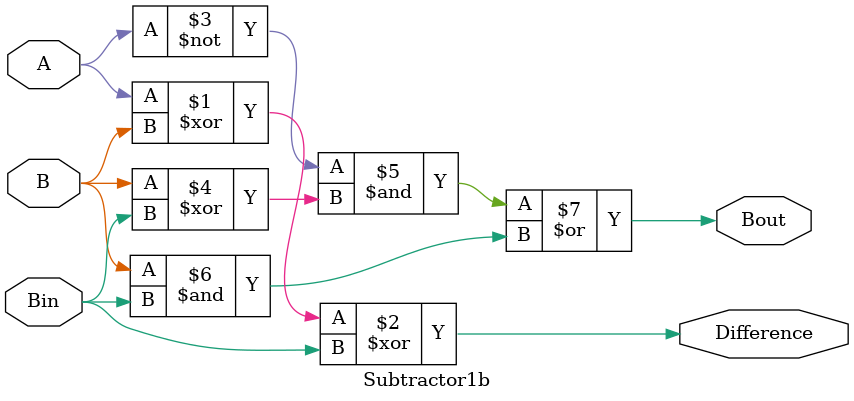
<source format=v>
`timescale 1ns / 1ps


module Subtractor1b( input A, B, Bin, output Difference, Bout);
    assign Difference = A^B^Bin;
    assign Bout = ~A & (B^Bin) | B & Bin;
endmodule

</source>
